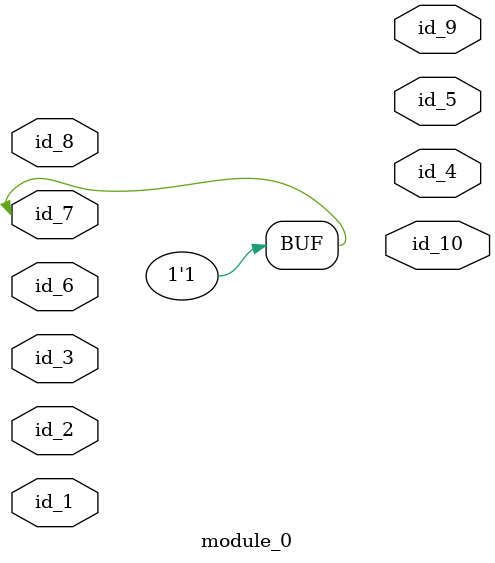
<source format=v>
`define pp_10 0
module module_0 (
    id_1,
    id_2,
    id_3,
    id_4,
    id_5,
    id_6,
    id_7,
    id_8,
    id_9,
    id_10
);
  output id_10;
  output id_9;
  input id_8;
  inout id_7;
  inout id_6;
  output id_5;
  output id_4;
  inout id_3;
  inout id_2;
  inout id_1;
  assign id_7 = 1;
endmodule

</source>
